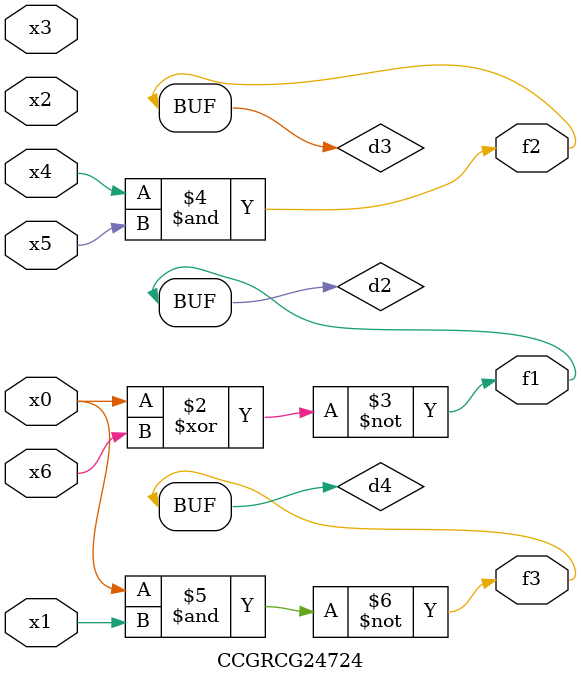
<source format=v>
module CCGRCG24724(
	input x0, x1, x2, x3, x4, x5, x6,
	output f1, f2, f3
);

	wire d1, d2, d3, d4;

	nor (d1, x0);
	xnor (d2, x0, x6);
	and (d3, x4, x5);
	nand (d4, x0, x1);
	assign f1 = d2;
	assign f2 = d3;
	assign f3 = d4;
endmodule

</source>
